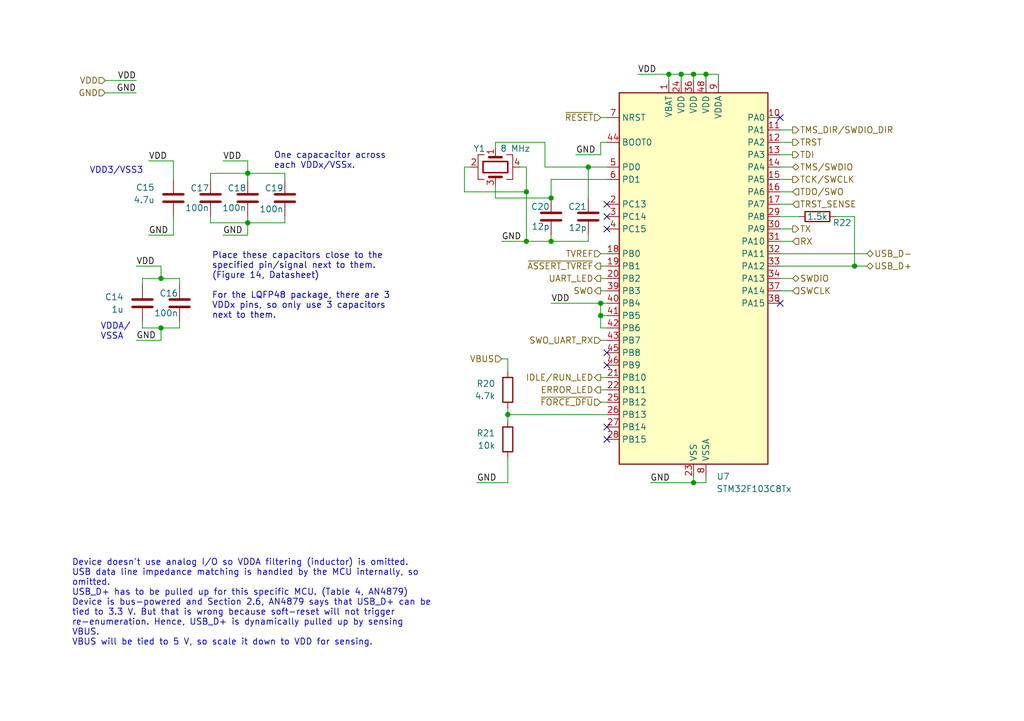
<source format=kicad_sch>
(kicad_sch (version 20250114) (generator "eeschema") (generator_version "9.0")
  (paper "A5")
  (title_block (title "μProbe") (date "2025-08-02") (rev "v1.0") (company "Utkarsh Verma") (comment 1 "Based on Black Magic Probe v2.1e from 1BitSquared.") (comment 2 "(C) 2025 Utkarsh Verma") (comment 3 "Licence: CC-BY-SA 4.0"))
  (lib_symbols
    (symbol "Crystal-4P-GND24:Crystal_4P_GND24" (pin_names (offset 1.016) (hide yes))
      (property "Reference" "Y" (at 3.175 5.08 0))
      (property "Value" "Crystal_4P_GND24" (at 3.175 3.175 0))
      (symbol "Crystal_4P_GND24_0_1"
        (polyline (pts (xy -2.54 2.286) (xy -2.54 3.556) (xy 2.54 3.556) (xy 2.54 2.286)))
        (polyline (pts (xy -2.54 0) (xy -2.032 0)))
        (polyline (pts (xy -2.54 -2.286) (xy -2.54 -3.556) (xy 2.54 -3.556) (xy 2.54 -2.286)))
        (polyline (pts (xy -2.032 -1.27) (xy -2.032 1.27)) (stroke (width 0.508)))
        (rectangle (start -1.143 2.54) (end 1.143 -2.54) (stroke (width 0.3048)))
        (polyline (pts (xy 0 3.556) (xy 0 3.81)))
        (polyline (pts (xy 0 -3.81) (xy 0 -3.556)))
        (polyline (pts (xy 2.032 0) (xy 2.54 0)))
        (polyline (pts (xy 2.032 -1.27) (xy 2.032 1.27)) (stroke (width 0.508)))
      )
      (symbol "Crystal_4P_GND24_1_1"
        (pin passive line (at -3.81 0 0) (length 1.27) (name "1") (number "1"))
        (pin passive line (at 0 5.08 270) (length 1.27) (name "2") (number "2"))
        (pin passive line (at 0 -5.08 90) (length 1.27) (name "4") (number "4"))
        (pin passive line (at 3.81 0 180) (length 1.27) (name "3") (number "3"))
      )
    )
    (symbol "Device:C" (pin_numbers (hide yes)) (pin_names (offset 0.254))
      (property "Reference" "C" (at 0.635 2.54 0))
      (property "Value" "C" (at 0.635 -2.54 0))
      (symbol "C_0_1"
        (polyline (pts (xy -2.032 0.762) (xy 2.032 0.762)) (stroke (width 0.508)))
        (polyline (pts (xy -2.032 -0.762) (xy 2.032 -0.762)) (stroke (width 0.508)))
      )
      (symbol "C_1_1"
        (pin passive line (at 0 3.81 270) (length 2.794) (name "~") (number "1"))
        (pin passive line (at 0 -3.81 90) (length 2.794) (name "~") (number "2"))
      )
    )
    (symbol "Device:R" (pin_numbers (hide yes)) (pin_names (offset 0))
      (property "Reference" "R" (at 2.032 0 90))
      (property "Value" "R" (at 0 0 90))
      (symbol "R_0_1"
        (rectangle (start -1.016 -2.54) (end 1.016 2.54) (stroke (width 0.254)))
      )
      (symbol "R_1_1"
        (pin passive line (at 0 3.81 270) (length 1.27) (name "~") (number "1"))
        (pin passive line (at 0 -3.81 90) (length 1.27) (name "~") (number "2"))
      )
    )
    (symbol "MCU_ST_STM32F1:STM32F103C8Tx"
      (property "Reference" "U" (at -15.24 39.37 0))
      (property "Value" "STM32F103C8Tx" (at 7.62 39.37 0))
      (symbol "STM32F103C8Tx_0_1"
        (rectangle (start -15.24 -38.1) (end 15.24 38.1) (stroke (width 0.254)) (fill (type background)))
      )
      (symbol "STM32F103C8Tx_1_1"
        (pin input line (at -17.78 33.02 0) (length 2.54) (name "NRST") (number "7"))
        (pin input line (at -17.78 27.94 0) (length 2.54) (name "BOOT0") (number "44"))
        (pin bidirectional line (at -17.78 22.86 0) (length 2.54) (name "PD0") (number "5"))
        (pin bidirectional line (at -17.78 20.32 0) (length 2.54) (name "PD1") (number "6"))
        (pin bidirectional line (at -17.78 15.24 0) (length 2.54) (name "PC13") (number "2"))
        (pin bidirectional line (at -17.78 12.7 0) (length 2.54) (name "PC14") (number "3"))
        (pin bidirectional line (at -17.78 10.16 0) (length 2.54) (name "PC15") (number "4"))
        (pin bidirectional line (at -17.78 5.08 0) (length 2.54) (name "PB0") (number "18"))
        (pin bidirectional line (at -17.78 2.54 0) (length 2.54) (name "PB1") (number "19"))
        (pin bidirectional line (at -17.78 0 0) (length 2.54) (name "PB2") (number "20"))
        (pin bidirectional line (at -17.78 -2.54 0) (length 2.54) (name "PB3") (number "39"))
        (pin bidirectional line (at -17.78 -5.08 0) (length 2.54) (name "PB4") (number "40"))
        (pin bidirectional line (at -17.78 -7.62 0) (length 2.54) (name "PB5") (number "41"))
        (pin bidirectional line (at -17.78 -10.16 0) (length 2.54) (name "PB6") (number "42"))
        (pin bidirectional line (at -17.78 -12.7 0) (length 2.54) (name "PB7") (number "43"))
        (pin bidirectional line (at -17.78 -15.24 0) (length 2.54) (name "PB8") (number "45"))
        (pin bidirectional line (at -17.78 -17.78 0) (length 2.54) (name "PB9") (number "46"))
        (pin bidirectional line (at -17.78 -20.32 0) (length 2.54) (name "PB10") (number "21"))
        (pin bidirectional line (at -17.78 -22.86 0) (length 2.54) (name "PB11") (number "22"))
        (pin bidirectional line (at -17.78 -25.4 0) (length 2.54) (name "PB12") (number "25"))
        (pin bidirectional line (at -17.78 -27.94 0) (length 2.54) (name "PB13") (number "26"))
        (pin bidirectional line (at -17.78 -30.48 0) (length 2.54) (name "PB14") (number "27"))
        (pin bidirectional line (at -17.78 -33.02 0) (length 2.54) (name "PB15") (number "28"))
        (pin power_in line (at -5.08 40.64 270) (length 2.54) (name "VBAT") (number "1"))
        (pin power_in line (at -2.54 40.64 270) (length 2.54) (name "VDD") (number "24"))
        (pin power_in line (at 0 40.64 270) (length 2.54) (name "VDD") (number "36"))
        (pin power_in line (at 0 -40.64 90) (length 2.54) (name "VSS") (number "23"))
        (pin passive line (at 0 -40.64 90) (length 2.54) (hide yes) (name "VSS") (number "35"))
        (pin passive line (at 0 -40.64 90) (length 2.54) (hide yes) (name "VSS") (number "47"))
        (pin power_in line (at 2.54 40.64 270) (length 2.54) (name "VDD") (number "48"))
        (pin power_in line (at 2.54 -40.64 90) (length 2.54) (name "VSSA") (number "8"))
        (pin power_in line (at 5.08 40.64 270) (length 2.54) (name "VDDA") (number "9"))
        (pin bidirectional line (at 17.78 33.02 180) (length 2.54) (name "PA0") (number "10"))
        (pin bidirectional line (at 17.78 30.48 180) (length 2.54) (name "PA1") (number "11"))
        (pin bidirectional line (at 17.78 27.94 180) (length 2.54) (name "PA2") (number "12"))
        (pin bidirectional line (at 17.78 25.4 180) (length 2.54) (name "PA3") (number "13"))
        (pin bidirectional line (at 17.78 22.86 180) (length 2.54) (name "PA4") (number "14"))
        (pin bidirectional line (at 17.78 20.32 180) (length 2.54) (name "PA5") (number "15"))
        (pin bidirectional line (at 17.78 17.78 180) (length 2.54) (name "PA6") (number "16"))
        (pin bidirectional line (at 17.78 15.24 180) (length 2.54) (name "PA7") (number "17"))
        (pin bidirectional line (at 17.78 12.7 180) (length 2.54) (name "PA8") (number "29"))
        (pin bidirectional line (at 17.78 10.16 180) (length 2.54) (name "PA9") (number "30"))
        (pin bidirectional line (at 17.78 7.62 180) (length 2.54) (name "PA10") (number "31"))
        (pin bidirectional line (at 17.78 5.08 180) (length 2.54) (name "PA11") (number "32"))
        (pin bidirectional line (at 17.78 2.54 180) (length 2.54) (name "PA12") (number "33"))
        (pin bidirectional line (at 17.78 0 180) (length 2.54) (name "PA13") (number "34"))
        (pin bidirectional line (at 17.78 -2.54 180) (length 2.54) (name "PA14") (number "37"))
        (pin bidirectional line (at 17.78 -5.08 180) (length 2.54) (name "PA15") (number "38"))
      )
    )
  )
  (text "One capacacitor across\neach VDDx/VSSx." (at 56.134 33.02 0) (effects (font (size 1.27 1.27)) (justify left)))
  (text "Device doesn't use analog I/O so VDDA filtering (inductor) is omitted.\nUSB data line impedance matching is handled by the MCU internally, so\nomitted.\nUSB_D+ has to be pulled up for this specific MCU. (Table 4, AN4879)\nDevice is bus-powered and Section 2.6, AN4879 says that USB_D+ can be\ntied to 3.3 V. But that is wrong because soft-reset will not trigger\nre-enumeration. Hence, USB_D+ is dynamically pulled up by sensing\nVBUS.\nVBUS will be tied to 5 V, so scale it down to VDD for sensing." (at 14.732 123.698 0) (effects (font (size 1.27 1.27)) (justify left)))
  (text "VDDA/\nVSSA" (at 20.574 68.072 0) (effects (font (size 1.27 1.27)) (justify left)))
  (text "VDD3/VSS3" (at 23.876 35.052 0) (effects (font (size 1.27 1.27))))
  (text "Place these capacitors close to the\nspecified pin/signal next to them.\n(Figure 14, Datasheet)\n\nFor the LQFP48 package, there are 3\nVDDx pins, so only use 3 capacitors\nnext to them." (at 43.434 58.674 0) (effects (font (size 1.27 1.27) (thickness 0.1588)) (justify left)))
  (junction (at 123.19 64.77))
  (junction (at 137.16 15.24))
  (junction (at 142.24 15.24))
  (junction (at 139.7 15.24))
  (junction (at 107.95 49.53))
  (junction (at 113.03 40.64))
  (junction (at 107.95 39.37))
  (junction (at 144.78 15.24))
  (junction (at 33.02 67.31))
  (junction (at 50.8 45.72))
  (junction (at 120.65 34.29))
  (junction (at 123.19 62.23))
  (junction (at 104.14 85.09))
  (junction (at 50.8 35.56))
  (junction (at 142.24 99.06))
  (junction (at 113.03 49.53))
  (junction (at 175.26 54.61))
  (junction (at 33.02 57.15))
  (no_connect (at 160.02 24.13))
  (no_connect (at 124.46 44.45))
  (no_connect (at 124.46 72.39))
  (no_connect (at 160.02 62.23))
  (no_connect (at 124.46 74.93))
  (no_connect (at 124.46 41.91))
  (no_connect (at 124.46 46.99))
  (no_connect (at 124.46 90.17))
  (no_connect (at 124.46 87.63))
  (wire (pts (xy 30.48 33.02) (xy 35.56 33.02)))
  (wire (pts (xy 50.8 33.02) (xy 50.8 35.56)))
  (wire (pts (xy 102.87 49.53) (xy 107.95 49.53)))
  (wire (pts (xy 123.19 54.61) (xy 124.46 54.61)))
  (wire (pts (xy 144.78 15.24) (xy 144.78 16.51)))
  (wire (pts (xy 123.19 77.47) (xy 124.46 77.47)))
  (wire (pts (xy 160.02 41.91) (xy 162.56 41.91)))
  (wire (pts (xy 123.19 67.31) (xy 124.46 67.31)))
  (wire (pts (xy 33.02 54.61) (xy 33.02 57.15)))
  (wire (pts (xy 123.19 31.75) (xy 118.11 31.75)))
  (wire (pts (xy 120.65 34.29) (xy 120.65 40.64)))
  (wire (pts (xy 29.21 58.42) (xy 29.21 57.15)))
  (wire (pts (xy 123.19 64.77) (xy 123.19 67.31)))
  (wire (pts (xy 175.26 54.61) (xy 177.8 54.61)))
  (wire (pts (xy 97.79 99.06) (xy 104.14 99.06)))
  (wire (pts (xy 142.24 99.06) (xy 142.24 97.79)))
  (wire (pts (xy 50.8 45.72) (xy 43.18 45.72)))
  (wire (pts (xy 120.65 34.29) (xy 124.46 34.29)))
  (wire (pts (xy 147.32 15.24) (xy 147.32 16.51)))
  (wire (pts (xy 160.02 59.69) (xy 162.56 59.69)))
  (wire (pts (xy 104.14 85.09) (xy 124.46 85.09)))
  (wire (pts (xy 160.02 52.07) (xy 177.8 52.07)))
  (wire (pts (xy 35.56 33.02) (xy 35.56 36.83)))
  (wire (pts (xy 139.7 15.24) (xy 139.7 16.51)))
  (wire (pts (xy 43.18 35.56) (xy 50.8 35.56)))
  (wire (pts (xy 30.48 48.26) (xy 35.56 48.26)))
  (wire (pts (xy 95.25 34.29) (xy 95.25 39.37)))
  (wire (pts (xy 142.24 15.24) (xy 144.78 15.24)))
  (wire (pts (xy 123.19 31.75) (xy 123.19 29.21)))
  (wire (pts (xy 104.14 83.82) (xy 104.14 85.09)))
  (wire (pts (xy 101.6 30.48) (xy 101.6 29.21)))
  (wire (pts (xy 107.95 39.37) (xy 107.95 34.29)))
  (wire (pts (xy 33.02 57.15) (xy 36.83 57.15)))
  (wire (pts (xy 113.03 36.83) (xy 124.46 36.83)))
  (wire (pts (xy 133.35 99.06) (xy 142.24 99.06)))
  (wire (pts (xy 130.81 15.24) (xy 137.16 15.24)))
  (wire (pts (xy 160.02 31.75) (xy 162.56 31.75)))
  (wire (pts (xy 58.42 35.56) (xy 50.8 35.56)))
  (wire (pts (xy 123.19 52.07) (xy 124.46 52.07)))
  (wire (pts (xy 101.6 29.21) (xy 111.76 29.21)))
  (wire (pts (xy 111.76 34.29) (xy 120.65 34.29)))
  (wire (pts (xy 123.19 62.23) (xy 123.19 64.77)))
  (wire (pts (xy 27.94 54.61) (xy 33.02 54.61)))
  (wire (pts (xy 33.02 67.31) (xy 36.83 67.31)))
  (wire (pts (xy 160.02 57.15) (xy 162.56 57.15)))
  (wire (pts (xy 33.02 67.31) (xy 33.02 69.85)))
  (wire (pts (xy 160.02 44.45) (xy 163.83 44.45)))
  (wire (pts (xy 120.65 49.53) (xy 120.65 48.26)))
  (wire (pts (xy 111.76 29.21) (xy 111.76 34.29)))
  (wire (pts (xy 160.02 36.83) (xy 162.56 36.83)))
  (wire (pts (xy 21.59 16.51) (xy 27.94 16.51)))
  (wire (pts (xy 123.19 69.85) (xy 124.46 69.85)))
  (wire (pts (xy 123.19 64.77) (xy 124.46 64.77)))
  (wire (pts (xy 35.56 44.45) (xy 35.56 48.26)))
  (wire (pts (xy 96.52 34.29) (xy 95.25 34.29)))
  (wire (pts (xy 36.83 57.15) (xy 36.83 58.42)))
  (wire (pts (xy 171.45 44.45) (xy 175.26 44.45)))
  (wire (pts (xy 123.19 29.21) (xy 124.46 29.21)))
  (wire (pts (xy 160.02 26.67) (xy 162.56 26.67)))
  (wire (pts (xy 142.24 15.24) (xy 142.24 16.51)))
  (wire (pts (xy 102.87 73.66) (xy 104.14 73.66)))
  (wire (pts (xy 160.02 39.37) (xy 162.56 39.37)))
  (wire (pts (xy 58.42 35.56) (xy 58.42 36.83)))
  (wire (pts (xy 43.18 35.56) (xy 43.18 36.83)))
  (wire (pts (xy 137.16 16.51) (xy 137.16 15.24)))
  (wire (pts (xy 43.18 44.45) (xy 43.18 45.72)))
  (wire (pts (xy 50.8 45.72) (xy 50.8 48.26)))
  (wire (pts (xy 144.78 99.06) (xy 142.24 99.06)))
  (wire (pts (xy 50.8 45.72) (xy 58.42 45.72)))
  (wire (pts (xy 101.6 38.1) (xy 101.6 40.64)))
  (wire (pts (xy 123.19 24.13) (xy 124.46 24.13)))
  (wire (pts (xy 160.02 29.21) (xy 162.56 29.21)))
  (wire (pts (xy 160.02 34.29) (xy 162.56 34.29)))
  (wire (pts (xy 113.03 62.23) (xy 123.19 62.23)))
  (wire (pts (xy 36.83 66.04) (xy 36.83 67.31)))
  (wire (pts (xy 139.7 15.24) (xy 142.24 15.24)))
  (wire (pts (xy 45.72 48.26) (xy 50.8 48.26)))
  (wire (pts (xy 123.19 57.15) (xy 124.46 57.15)))
  (wire (pts (xy 124.46 62.23) (xy 123.19 62.23)))
  (wire (pts (xy 29.21 57.15) (xy 33.02 57.15)))
  (wire (pts (xy 27.94 69.85) (xy 33.02 69.85)))
  (wire (pts (xy 113.03 49.53) (xy 120.65 49.53)))
  (wire (pts (xy 95.25 39.37) (xy 107.95 39.37)))
  (wire (pts (xy 21.59 19.05) (xy 27.94 19.05)))
  (wire (pts (xy 50.8 35.56) (xy 50.8 36.83)))
  (wire (pts (xy 160.02 46.99) (xy 162.56 46.99)))
  (wire (pts (xy 29.21 67.31) (xy 33.02 67.31)))
  (wire (pts (xy 107.95 39.37) (xy 107.95 49.53)))
  (wire (pts (xy 104.14 85.09) (xy 104.14 86.36)))
  (wire (pts (xy 50.8 44.45) (xy 50.8 45.72)))
  (wire (pts (xy 29.21 67.31) (xy 29.21 66.04)))
  (wire (pts (xy 107.95 34.29) (xy 106.68 34.29)))
  (wire (pts (xy 104.14 93.98) (xy 104.14 99.06)))
  (wire (pts (xy 144.78 15.24) (xy 147.32 15.24)))
  (wire (pts (xy 160.02 54.61) (xy 175.26 54.61)))
  (wire (pts (xy 137.16 15.24) (xy 139.7 15.24)))
  (wire (pts (xy 123.19 80.01) (xy 124.46 80.01)))
  (wire (pts (xy 144.78 97.79) (xy 144.78 99.06)))
  (wire (pts (xy 113.03 40.64) (xy 113.03 36.83)))
  (wire (pts (xy 113.03 49.53) (xy 113.03 48.26)))
  (wire (pts (xy 104.14 73.66) (xy 104.14 76.2)))
  (wire (pts (xy 101.6 40.64) (xy 113.03 40.64)))
  (wire (pts (xy 123.19 59.69) (xy 124.46 59.69)))
  (wire (pts (xy 50.8 33.02) (xy 45.72 33.02)))
  (wire (pts (xy 58.42 44.45) (xy 58.42 45.72)))
  (wire (pts (xy 175.26 44.45) (xy 175.26 54.61)))
  (wire (pts (xy 123.19 82.55) (xy 124.46 82.55)))
  (wire (pts (xy 107.95 49.53) (xy 113.03 49.53)))
  (wire (pts (xy 160.02 49.53) (xy 162.56 49.53)))
  (label "GND" (at 102.87 49.53 0))
  (label "GND" (at 27.94 19.05 180))
  (label "VDD" (at 113.03 62.23 0))
  (label "GND" (at 133.35 99.06 0))
  (label "GND" (at 27.94 69.85 0))
  (label "VDD" (at 27.94 54.61 0))
  (label "VDD" (at 30.48 33.02 0))
  (label "VDD" (at 45.72 33.02 0))
  (label "GND" (at 45.72 48.26 0))
  (label "GND" (at 97.79 99.06 0))
  (label "VDD" (at 27.94 16.51 180))
  (label "VDD" (at 130.81 15.24 0))
  (label "GND" (at 118.11 31.75 0))
  (label "GND" (at 30.48 48.26 0))
  (hierarchical_label "VBUS" (shape input) (at 102.87 73.66 180))
  (hierarchical_label "TVREF" (shape input) (at 123.19 52.07 180))
  (hierarchical_label "~{RESET}" (shape input) (at 123.19 24.13 180))
  (hierarchical_label "UART_LED" (shape output) (at 123.19 57.15 180))
  (hierarchical_label "TX" (shape output) (at 162.56 46.99 0))
  (hierarchical_label "~{ASSERT_TVREF}" (shape output) (at 123.19 54.61 180))
  (hierarchical_label "TMS_DIR{slash}SWDIO_DIR" (shape output) (at 162.56 26.67 0))
  (hierarchical_label "USB_D+" (shape bidirectional) (at 177.8 54.61 0))
  (hierarchical_label "SWDIO" (shape bidirectional) (at 162.56 57.15 0))
  (hierarchical_label "ERROR_LED" (shape output) (at 123.19 80.01 180))
  (hierarchical_label "SWO" (shape output) (at 123.19 59.69 180))
  (hierarchical_label "SWCLK" (shape input) (at 162.56 59.69 0))
  (hierarchical_label "TDO{slash}SWO" (shape input) (at 162.56 39.37 0))
  (hierarchical_label "TDI" (shape output) (at 162.56 31.75 0))
  (hierarchical_label "TRST" (shape output) (at 162.56 29.21 0))
  (hierarchical_label "USB_D-" (shape bidirectional) (at 177.8 52.07 0))
  (hierarchical_label "~{FORCE_DFU}" (shape input) (at 123.19 82.55 180))
  (hierarchical_label "GND" (shape input) (at 21.59 19.05 180))
  (hierarchical_label "TMS{slash}SWDIO" (shape bidirectional) (at 162.56 34.29 0))
  (hierarchical_label "TRST_SENSE" (shape input) (at 162.56 41.91 0))
  (hierarchical_label "VDD" (shape input) (at 21.59 16.51 180))
  (hierarchical_label "TCK{slash}SWCLK" (shape output) (at 162.56 36.83 0))
  (hierarchical_label "SWO_UART_RX" (shape input) (at 123.19 69.85 180))
  (hierarchical_label "RX" (shape input) (at 162.56 49.53 0))
  (hierarchical_label "IDLE{slash}RUN_LED" (shape output) (at 123.19 77.47 180))
  (symbol (lib_id "Device:R") (at 104.14 80.01 0) (mirror y) (unit 1)
    (property "Reference" "R20" (at 101.6 78.7399 0) (effects (justify left)))
    (property "Value" "4.7k" (at 101.6 81.2799 0) (effects (justify left)))
    (property "Footprint" "Resistor_SMD:R_0402_1005Metric" (effects (hide yes)))
    (property "Description" "Resistor" (effects (hide yes)))
    (property "LCSC Part" "C105871" (effects (hide yes)))
  )
  (symbol (lib_id "MCU_ST_STM32F1:STM32F103C8Tx") (at 142.24 57.15 0) (unit 1)
    (property "Reference" "U7" (at 146.9233 97.79 0) (effects (justify left)))
    (property "Value" "STM32F103C8Tx" (at 146.9233 100.33 0) (effects (justify left)))
    (property "Footprint" "Package_QFP:LQFP-48_7x7mm_P0.5mm" (effects (hide yes)))
    (property "Datasheet" "https://www.st.com/resource/en/datasheet/stm32f103c8.pdf" (effects (hide yes)))
    (property "Description" "STMicroelectronics Arm Cortex-M3 MCU, 64KB flash, 20KB RAM, 72 MHz, 2.0-3.6V, 37 GPIO, LQFP48" (effects (hide yes)))
    (property "LCSC Part" "C8734" (effects (hide yes)))
  )
  (symbol (lib_id "Device:C") (at 50.8 40.64 0) (mirror y) (unit 1)
    (property "Reference" "C18" (at 50.546 38.608 0) (effects (justify left)))
    (property "Value" "100n" (at 50.546 42.672 0) (effects (justify left)))
    (property "Footprint" "Capacitor_SMD:C_0402_1005Metric" (effects (hide yes)))
    (property "Description" "Unpolarized capacitor" (effects (hide yes)))
    (property "LCSC Part" "C60474" (effects (hide yes)))
  )
  (symbol (lib_id "Device:R") (at 104.14 90.17 0) (mirror y) (unit 1)
    (property "Reference" "R21" (at 101.6 88.8999 0) (effects (justify left)))
    (property "Value" "10k" (at 101.6 91.4399 0) (effects (justify left)))
    (property "Footprint" "Resistor_SMD:R_0402_1005Metric" (effects (hide yes)))
    (property "Description" "Resistor" (effects (hide yes)))
    (property "LCSC Part" "C60490" (effects (hide yes)))
  )
  (symbol (lib_id "Device:R") (at 167.64 44.45 90) (mirror x) (unit 1)
    (property "Reference" "R22" (at 172.72 45.72 90))
    (property "Value" "1.5k" (at 167.64 44.45 90))
    (property "Footprint" "Resistor_SMD:R_0402_1005Metric" (effects (hide yes)))
    (property "Description" "Resistor" (effects (hide yes)))
    (property "LCSC Part" "C114759" (effects (hide yes)))
  )
  (symbol (lib_id "Device:C") (at 36.83 62.23 0) (mirror y) (unit 1)
    (property "Reference" "C16" (at 36.576 60.198 0) (effects (justify left)))
    (property "Value" "100n" (at 36.576 64.262 0) (effects (justify left)))
    (property "Footprint" "Capacitor_SMD:C_0402_1005Metric" (effects (hide yes)))
    (property "Description" "Unpolarized capacitor" (effects (hide yes)))
    (property "LCSC Part" "C60474" (effects (hide yes)))
  )
  (symbol (lib_id "Device:C") (at 43.18 40.64 0) (mirror y) (unit 1)
    (property "Reference" "C17" (at 42.926 38.608 0) (effects (justify left)))
    (property "Value" "100n" (at 42.926 42.672 0) (effects (justify left)))
    (property "Footprint" "Capacitor_SMD:C_0402_1005Metric" (effects (hide yes)))
    (property "Description" "Unpolarized capacitor" (effects (hide yes)))
    (property "LCSC Part" "C60474" (effects (hide yes)))
  )
  (symbol (lib_id "Device:C") (at 120.65 44.45 0) (unit 1)
    (property "Reference" "C21" (at 120.396 42.418 0) (effects (justify right)))
    (property "Value" "12p" (at 120.396 46.736 0) (effects (justify right)))
    (property "Footprint" "Capacitor_SMD:C_0402_1005Metric" (effects (hide yes)))
    (property "Description" "Unpolarized capacitor" (effects (hide yes)))
    (property "LCSC Part" "C106201" (effects (hide yes)))
  )
  (symbol (lib_id "Device:C") (at 35.56 40.64 0) (unit 1)
    (property "Reference" "C15" (at 31.75 38.4809 0) (effects (justify right)))
    (property "Value" "4.7u" (at 31.75 41.0209 0) (effects (justify right)))
    (property "Footprint" "Capacitor_SMD:C_0402_1005Metric" (effects (hide yes)))
    (property "Description" "Unpolarized capacitor" (effects (hide yes)))
    (property "LCSC Part" "C23733" (effects (hide yes)))
  )
  (symbol (lib_id "Crystal-4P-GND24:Crystal_4P_GND24") (at 101.6 34.29 90) (mirror x) (unit 1)
    (property "Reference" "Y1" (at 98.298 30.48 90))
    (property "Value" "8 MHz" (at 105.664 30.48 90))
    (property "Footprint" "footprints:Crystal_4P_GND24" (effects (hide yes)))
    (property "Description" "Four pin crystal, GND on pins 2 and 4" (effects (hide yes)))
    (property "LCSC Part" "C400090" (effects (hide yes)))
  )
  (symbol (lib_id "Device:C") (at 58.42 40.64 0) (mirror y) (unit 1)
    (property "Reference" "C19" (at 58.166 38.608 0) (effects (justify left)))
    (property "Value" "100n" (at 58.166 42.926 0) (effects (justify left)))
    (property "Footprint" "Capacitor_SMD:C_0402_1005Metric" (effects (hide yes)))
    (property "Description" "Unpolarized capacitor" (effects (hide yes)))
    (property "LCSC Part" "C60474" (effects (hide yes)))
  )
  (symbol (lib_id "Device:C") (at 113.03 44.45 0) (unit 1)
    (property "Reference" "C20" (at 112.776 42.418 0) (effects (justify right)))
    (property "Value" "12p" (at 112.776 46.482 0) (effects (justify right)))
    (property "Footprint" "Capacitor_SMD:C_0402_1005Metric" (effects (hide yes)))
    (property "Description" "Unpolarized capacitor" (effects (hide yes)))
    (property "LCSC Part" "C106201" (effects (hide yes)))
  )
  (symbol (lib_id "Device:C") (at 29.21 62.23 0) (unit 1)
    (property "Reference" "C14" (at 25.4 60.9599 0) (effects (justify right)))
    (property "Value" "1u" (at 25.4 63.4999 0) (effects (justify right)))
    (property "Footprint" "Capacitor_SMD:C_0402_1005Metric" (effects (hide yes)))
    (property "Description" "Unpolarized capacitor" (effects (hide yes)))
    (property "LCSC Part" "C14445" (effects (hide yes)))
  )
)
</source>
